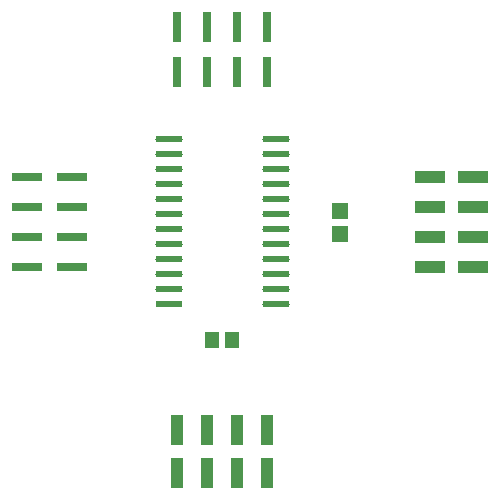
<source format=gbr>
%TF.GenerationSoftware,Altium Limited,Altium Designer,21.6.1 (37)*%
G04 Layer_Color=255*
%FSLAX43Y43*%
%MOMM*%
%TF.SameCoordinates,0B018110-BEA4-4537-A367-E08E1C829F5E*%
%TF.FilePolarity,Positive*%
%TF.FileFunction,Pads,Bot*%
%TF.Part,Single*%
G01*
G75*
%TA.AperFunction,SMDPad,CuDef*%
%ADD14R,0.800X2.500*%
%ADD15R,2.500X0.800*%
G04:AMPARAMS|DCode=16|XSize=2.298mm|YSize=0.567mm|CornerRadius=0.283mm|HoleSize=0mm|Usage=FLASHONLY|Rotation=0.000|XOffset=0mm|YOffset=0mm|HoleType=Round|Shape=RoundedRectangle|*
%AMROUNDEDRECTD16*
21,1,2.298,0.000,0,0,0.0*
21,1,1.731,0.567,0,0,0.0*
1,1,0.567,0.865,0.000*
1,1,0.567,-0.865,0.000*
1,1,0.567,-0.865,0.000*
1,1,0.567,0.865,0.000*
%
%ADD16ROUNDEDRECTD16*%
%ADD17R,2.298X0.567*%
%ADD18R,1.000X2.500*%
%ADD19R,2.500X1.000*%
%ADD20R,1.300X1.450*%
%ADD21R,1.450X1.350*%
D14*
X31310Y40210D02*
D03*
X28770D02*
D03*
X31310Y44040D02*
D03*
X28770D02*
D03*
X26230Y40210D02*
D03*
X23690D02*
D03*
X26230Y44040D02*
D03*
X23690D02*
D03*
D15*
X10960Y23690D02*
D03*
Y26230D02*
D03*
X14790Y23690D02*
D03*
Y26230D02*
D03*
X10960Y28770D02*
D03*
Y31310D02*
D03*
X14790Y28770D02*
D03*
Y31310D02*
D03*
D16*
X32028Y20515D02*
D03*
Y21785D02*
D03*
Y23055D02*
D03*
Y24325D02*
D03*
Y25595D02*
D03*
Y26865D02*
D03*
Y28135D02*
D03*
Y29405D02*
D03*
Y30675D02*
D03*
Y31945D02*
D03*
Y33215D02*
D03*
Y34485D02*
D03*
X22972D02*
D03*
Y33215D02*
D03*
Y31945D02*
D03*
Y30675D02*
D03*
Y29405D02*
D03*
Y28135D02*
D03*
Y26865D02*
D03*
Y25595D02*
D03*
Y24325D02*
D03*
Y23055D02*
D03*
Y21785D02*
D03*
D17*
Y20515D02*
D03*
D18*
X31310Y9920D02*
D03*
X28770D02*
D03*
X31310Y6220D02*
D03*
X28770D02*
D03*
X23690D02*
D03*
Y9920D02*
D03*
X26230Y6220D02*
D03*
Y9920D02*
D03*
D19*
X45080Y26230D02*
D03*
X48780D02*
D03*
X45080Y23690D02*
D03*
X48780D02*
D03*
Y28770D02*
D03*
Y31310D02*
D03*
X45080Y28770D02*
D03*
Y31310D02*
D03*
D20*
X28325Y17500D02*
D03*
X26675D02*
D03*
D21*
X37500Y26500D02*
D03*
Y28450D02*
D03*
%TF.MD5,2a26c424396d9f319fca85a7e13ff3e5*%
M02*

</source>
